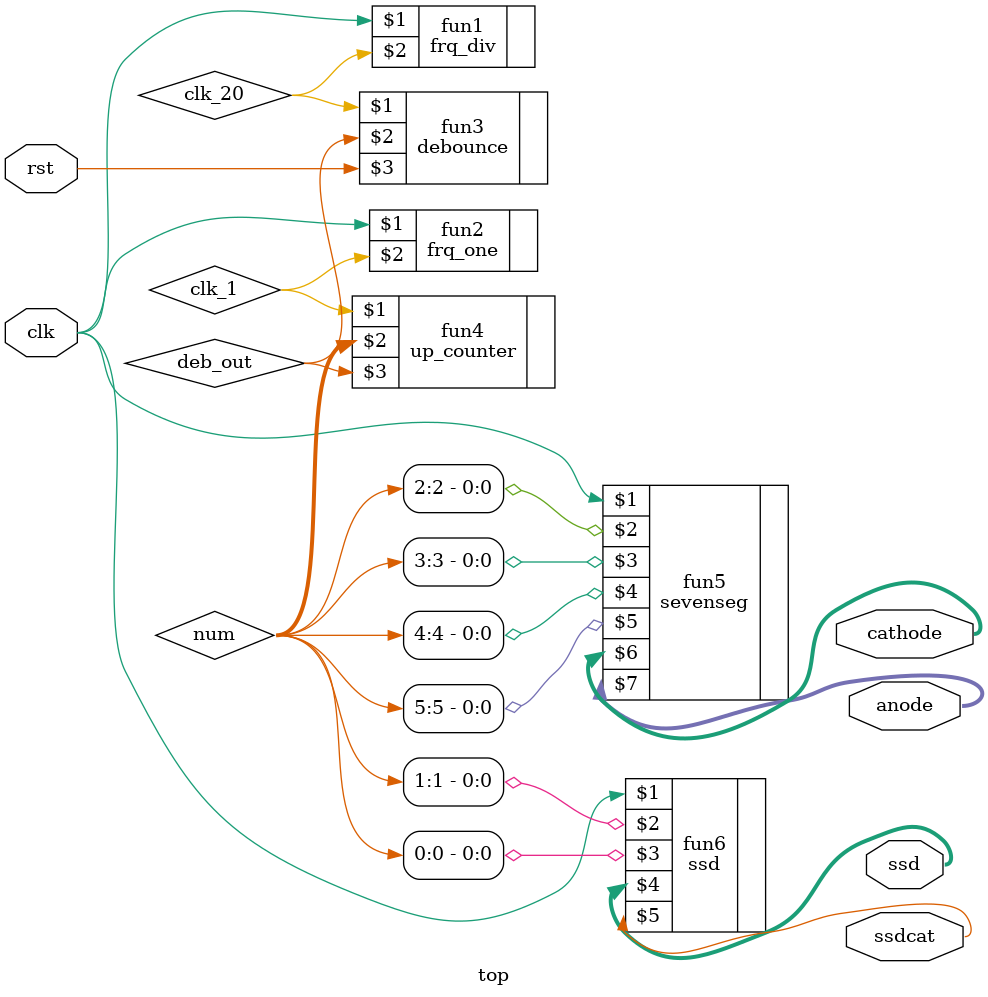
<source format=v>
`timescale 1ns / 1ps


module top(
    input clk,
    input rst,
    output [7:0] cathode,
    output [3:0] anode,
    output [6:0] ssd, //JB[3:0] JC[2:0]
    output ssdcat   //JC[3]
    );
   
    wire deb_out,clk_20,clk_1;
    wire [5:0] num;
    
    frq_div #(20) fun1(clk,clk_20);
    frq_one fun2(clk,clk_1);
    
    debounce fun3(clk_20,deb_out,rst); 
    up_counter fun4(clk_1,num,deb_out);
    sevenseg fun5(clk,num[2],num[3],num[4],num[5],cathode,anode);
    ssd fun6(clk,num[1],num[0],ssd,ssdcat); 
    
endmodule

</source>
